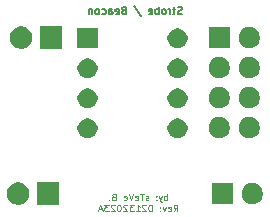
<source format=gbr>
G04 #@! TF.GenerationSoftware,KiCad,Pcbnew,(5.1.5)-3*
G04 #@! TF.CreationDate,2023-02-14T15:50:31-08:00*
G04 #@! TF.ProjectId,LED_Strobe,4c45445f-5374-4726-9f62-652e6b696361,rev?*
G04 #@! TF.SameCoordinates,Original*
G04 #@! TF.FileFunction,Soldermask,Bot*
G04 #@! TF.FilePolarity,Negative*
%FSLAX46Y46*%
G04 Gerber Fmt 4.6, Leading zero omitted, Abs format (unit mm)*
G04 Created by KiCad (PCBNEW (5.1.5)-3) date 2023-02-14 15:50:31*
%MOMM*%
%LPD*%
G04 APERTURE LIST*
%ADD10C,0.101600*%
%ADD11C,0.152400*%
%ADD12C,0.100000*%
G04 APERTURE END LIST*
D10*
X117777380Y-104684890D02*
X117777380Y-104126090D01*
X117777380Y-104338966D02*
X117724161Y-104312357D01*
X117617723Y-104312357D01*
X117564504Y-104338966D01*
X117537895Y-104365576D01*
X117511285Y-104418795D01*
X117511285Y-104578452D01*
X117537895Y-104631671D01*
X117564504Y-104658280D01*
X117617723Y-104684890D01*
X117724161Y-104684890D01*
X117777380Y-104658280D01*
X117325019Y-104312357D02*
X117191971Y-104684890D01*
X117058923Y-104312357D02*
X117191971Y-104684890D01*
X117245190Y-104817938D01*
X117271800Y-104844547D01*
X117325019Y-104871157D01*
X116846047Y-104631671D02*
X116819438Y-104658280D01*
X116846047Y-104684890D01*
X116872657Y-104658280D01*
X116846047Y-104631671D01*
X116846047Y-104684890D01*
X116846047Y-104338966D02*
X116819438Y-104365576D01*
X116846047Y-104392185D01*
X116872657Y-104365576D01*
X116846047Y-104338966D01*
X116846047Y-104392185D01*
X116180809Y-104658280D02*
X116127590Y-104684890D01*
X116021152Y-104684890D01*
X115967933Y-104658280D01*
X115941323Y-104605061D01*
X115941323Y-104578452D01*
X115967933Y-104525233D01*
X116021152Y-104498623D01*
X116100980Y-104498623D01*
X116154200Y-104472014D01*
X116180809Y-104418795D01*
X116180809Y-104392185D01*
X116154200Y-104338966D01*
X116100980Y-104312357D01*
X116021152Y-104312357D01*
X115967933Y-104338966D01*
X115781666Y-104126090D02*
X115462352Y-104126090D01*
X115622009Y-104684890D02*
X115622009Y-104126090D01*
X115063209Y-104658280D02*
X115116428Y-104684890D01*
X115222866Y-104684890D01*
X115276085Y-104658280D01*
X115302695Y-104605061D01*
X115302695Y-104392185D01*
X115276085Y-104338966D01*
X115222866Y-104312357D01*
X115116428Y-104312357D01*
X115063209Y-104338966D01*
X115036600Y-104392185D01*
X115036600Y-104445404D01*
X115302695Y-104498623D01*
X114876942Y-104126090D02*
X114690676Y-104684890D01*
X114504409Y-104126090D01*
X114105266Y-104658280D02*
X114158485Y-104684890D01*
X114264923Y-104684890D01*
X114318142Y-104658280D01*
X114344752Y-104605061D01*
X114344752Y-104392185D01*
X114318142Y-104338966D01*
X114264923Y-104312357D01*
X114158485Y-104312357D01*
X114105266Y-104338966D01*
X114078657Y-104392185D01*
X114078657Y-104445404D01*
X114344752Y-104498623D01*
X113227152Y-104392185D02*
X113147323Y-104418795D01*
X113120714Y-104445404D01*
X113094104Y-104498623D01*
X113094104Y-104578452D01*
X113120714Y-104631671D01*
X113147323Y-104658280D01*
X113200542Y-104684890D01*
X113413419Y-104684890D01*
X113413419Y-104126090D01*
X113227152Y-104126090D01*
X113173933Y-104152700D01*
X113147323Y-104179309D01*
X113120714Y-104232528D01*
X113120714Y-104285747D01*
X113147323Y-104338966D01*
X113173933Y-104365576D01*
X113227152Y-104392185D01*
X113413419Y-104392185D01*
X112854619Y-104631671D02*
X112828009Y-104658280D01*
X112854619Y-104684890D01*
X112881228Y-104658280D01*
X112854619Y-104631671D01*
X112854619Y-104684890D01*
X118309571Y-105624690D02*
X118495838Y-105358595D01*
X118628885Y-105624690D02*
X118628885Y-105065890D01*
X118416009Y-105065890D01*
X118362790Y-105092500D01*
X118336180Y-105119109D01*
X118309571Y-105172328D01*
X118309571Y-105252157D01*
X118336180Y-105305376D01*
X118362790Y-105331985D01*
X118416009Y-105358595D01*
X118628885Y-105358595D01*
X117857209Y-105598080D02*
X117910428Y-105624690D01*
X118016866Y-105624690D01*
X118070085Y-105598080D01*
X118096695Y-105544861D01*
X118096695Y-105331985D01*
X118070085Y-105278766D01*
X118016866Y-105252157D01*
X117910428Y-105252157D01*
X117857209Y-105278766D01*
X117830600Y-105331985D01*
X117830600Y-105385204D01*
X118096695Y-105438423D01*
X117644333Y-105252157D02*
X117511285Y-105624690D01*
X117378238Y-105252157D01*
X117165361Y-105571471D02*
X117138752Y-105598080D01*
X117165361Y-105624690D01*
X117191971Y-105598080D01*
X117165361Y-105571471D01*
X117165361Y-105624690D01*
X117165361Y-105278766D02*
X117138752Y-105305376D01*
X117165361Y-105331985D01*
X117191971Y-105305376D01*
X117165361Y-105278766D01*
X117165361Y-105331985D01*
X116367076Y-105065890D02*
X116313857Y-105065890D01*
X116260638Y-105092500D01*
X116234028Y-105119109D01*
X116207419Y-105172328D01*
X116180809Y-105278766D01*
X116180809Y-105411814D01*
X116207419Y-105518252D01*
X116234028Y-105571471D01*
X116260638Y-105598080D01*
X116313857Y-105624690D01*
X116367076Y-105624690D01*
X116420295Y-105598080D01*
X116446904Y-105571471D01*
X116473514Y-105518252D01*
X116500123Y-105411814D01*
X116500123Y-105278766D01*
X116473514Y-105172328D01*
X116446904Y-105119109D01*
X116420295Y-105092500D01*
X116367076Y-105065890D01*
X115967933Y-105119109D02*
X115941323Y-105092500D01*
X115888104Y-105065890D01*
X115755057Y-105065890D01*
X115701838Y-105092500D01*
X115675228Y-105119109D01*
X115648619Y-105172328D01*
X115648619Y-105225547D01*
X115675228Y-105305376D01*
X115994542Y-105624690D01*
X115648619Y-105624690D01*
X115116428Y-105624690D02*
X115435742Y-105624690D01*
X115276085Y-105624690D02*
X115276085Y-105065890D01*
X115329304Y-105145719D01*
X115382523Y-105198938D01*
X115435742Y-105225547D01*
X114930161Y-105065890D02*
X114584238Y-105065890D01*
X114770504Y-105278766D01*
X114690676Y-105278766D01*
X114637457Y-105305376D01*
X114610847Y-105331985D01*
X114584238Y-105385204D01*
X114584238Y-105518252D01*
X114610847Y-105571471D01*
X114637457Y-105598080D01*
X114690676Y-105624690D01*
X114850333Y-105624690D01*
X114903552Y-105598080D01*
X114930161Y-105571471D01*
X114371361Y-105119109D02*
X114344752Y-105092500D01*
X114291533Y-105065890D01*
X114158485Y-105065890D01*
X114105266Y-105092500D01*
X114078657Y-105119109D01*
X114052047Y-105172328D01*
X114052047Y-105225547D01*
X114078657Y-105305376D01*
X114397971Y-105624690D01*
X114052047Y-105624690D01*
X113706123Y-105065890D02*
X113652904Y-105065890D01*
X113599685Y-105092500D01*
X113573076Y-105119109D01*
X113546466Y-105172328D01*
X113519857Y-105278766D01*
X113519857Y-105411814D01*
X113546466Y-105518252D01*
X113573076Y-105571471D01*
X113599685Y-105598080D01*
X113652904Y-105624690D01*
X113706123Y-105624690D01*
X113759342Y-105598080D01*
X113785952Y-105571471D01*
X113812561Y-105518252D01*
X113839171Y-105411814D01*
X113839171Y-105278766D01*
X113812561Y-105172328D01*
X113785952Y-105119109D01*
X113759342Y-105092500D01*
X113706123Y-105065890D01*
X113306980Y-105119109D02*
X113280371Y-105092500D01*
X113227152Y-105065890D01*
X113094104Y-105065890D01*
X113040885Y-105092500D01*
X113014276Y-105119109D01*
X112987666Y-105172328D01*
X112987666Y-105225547D01*
X113014276Y-105305376D01*
X113333590Y-105624690D01*
X112987666Y-105624690D01*
X112801400Y-105065890D02*
X112455476Y-105065890D01*
X112641742Y-105278766D01*
X112561914Y-105278766D01*
X112508695Y-105305376D01*
X112482085Y-105331985D01*
X112455476Y-105385204D01*
X112455476Y-105518252D01*
X112482085Y-105571471D01*
X112508695Y-105598080D01*
X112561914Y-105624690D01*
X112721571Y-105624690D01*
X112774790Y-105598080D01*
X112801400Y-105571471D01*
X112242600Y-105465033D02*
X111976504Y-105465033D01*
X112295819Y-105624690D02*
X112109552Y-105065890D01*
X111923285Y-105624690D01*
D11*
X119008071Y-88903023D02*
X118917357Y-88933261D01*
X118766166Y-88933261D01*
X118705690Y-88903023D01*
X118675452Y-88872785D01*
X118645214Y-88812309D01*
X118645214Y-88751833D01*
X118675452Y-88691357D01*
X118705690Y-88661119D01*
X118766166Y-88630880D01*
X118887119Y-88600642D01*
X118947595Y-88570404D01*
X118977833Y-88540166D01*
X119008071Y-88479690D01*
X119008071Y-88419214D01*
X118977833Y-88358738D01*
X118947595Y-88328500D01*
X118887119Y-88298261D01*
X118735928Y-88298261D01*
X118645214Y-88328500D01*
X118463785Y-88509928D02*
X118221880Y-88509928D01*
X118373071Y-88298261D02*
X118373071Y-88842547D01*
X118342833Y-88903023D01*
X118282357Y-88933261D01*
X118221880Y-88933261D01*
X118010214Y-88933261D02*
X118010214Y-88509928D01*
X118010214Y-88630880D02*
X117979976Y-88570404D01*
X117949738Y-88540166D01*
X117889261Y-88509928D01*
X117828785Y-88509928D01*
X117526404Y-88933261D02*
X117586880Y-88903023D01*
X117617119Y-88872785D01*
X117647357Y-88812309D01*
X117647357Y-88630880D01*
X117617119Y-88570404D01*
X117586880Y-88540166D01*
X117526404Y-88509928D01*
X117435690Y-88509928D01*
X117375214Y-88540166D01*
X117344976Y-88570404D01*
X117314738Y-88630880D01*
X117314738Y-88812309D01*
X117344976Y-88872785D01*
X117375214Y-88903023D01*
X117435690Y-88933261D01*
X117526404Y-88933261D01*
X117042595Y-88933261D02*
X117042595Y-88298261D01*
X117042595Y-88540166D02*
X116982119Y-88509928D01*
X116861166Y-88509928D01*
X116800690Y-88540166D01*
X116770452Y-88570404D01*
X116740214Y-88630880D01*
X116740214Y-88812309D01*
X116770452Y-88872785D01*
X116800690Y-88903023D01*
X116861166Y-88933261D01*
X116982119Y-88933261D01*
X117042595Y-88903023D01*
X116226166Y-88903023D02*
X116286642Y-88933261D01*
X116407595Y-88933261D01*
X116468071Y-88903023D01*
X116498309Y-88842547D01*
X116498309Y-88600642D01*
X116468071Y-88540166D01*
X116407595Y-88509928D01*
X116286642Y-88509928D01*
X116226166Y-88540166D01*
X116195928Y-88600642D01*
X116195928Y-88661119D01*
X116498309Y-88721595D01*
X114986404Y-88268023D02*
X115530690Y-89084452D01*
X114079261Y-88600642D02*
X113988547Y-88630880D01*
X113958309Y-88661119D01*
X113928071Y-88721595D01*
X113928071Y-88812309D01*
X113958309Y-88872785D01*
X113988547Y-88903023D01*
X114049023Y-88933261D01*
X114290928Y-88933261D01*
X114290928Y-88298261D01*
X114079261Y-88298261D01*
X114018785Y-88328500D01*
X113988547Y-88358738D01*
X113958309Y-88419214D01*
X113958309Y-88479690D01*
X113988547Y-88540166D01*
X114018785Y-88570404D01*
X114079261Y-88600642D01*
X114290928Y-88600642D01*
X113414023Y-88903023D02*
X113474500Y-88933261D01*
X113595452Y-88933261D01*
X113655928Y-88903023D01*
X113686166Y-88842547D01*
X113686166Y-88600642D01*
X113655928Y-88540166D01*
X113595452Y-88509928D01*
X113474500Y-88509928D01*
X113414023Y-88540166D01*
X113383785Y-88600642D01*
X113383785Y-88661119D01*
X113686166Y-88721595D01*
X112839500Y-88933261D02*
X112839500Y-88600642D01*
X112869738Y-88540166D01*
X112930214Y-88509928D01*
X113051166Y-88509928D01*
X113111642Y-88540166D01*
X112839500Y-88903023D02*
X112899976Y-88933261D01*
X113051166Y-88933261D01*
X113111642Y-88903023D01*
X113141880Y-88842547D01*
X113141880Y-88782071D01*
X113111642Y-88721595D01*
X113051166Y-88691357D01*
X112899976Y-88691357D01*
X112839500Y-88661119D01*
X112264976Y-88903023D02*
X112325452Y-88933261D01*
X112446404Y-88933261D01*
X112506880Y-88903023D01*
X112537119Y-88872785D01*
X112567357Y-88812309D01*
X112567357Y-88630880D01*
X112537119Y-88570404D01*
X112506880Y-88540166D01*
X112446404Y-88509928D01*
X112325452Y-88509928D01*
X112264976Y-88540166D01*
X111902119Y-88933261D02*
X111962595Y-88903023D01*
X111992833Y-88872785D01*
X112023071Y-88812309D01*
X112023071Y-88630880D01*
X111992833Y-88570404D01*
X111962595Y-88540166D01*
X111902119Y-88509928D01*
X111811404Y-88509928D01*
X111750928Y-88540166D01*
X111720690Y-88570404D01*
X111690452Y-88630880D01*
X111690452Y-88812309D01*
X111720690Y-88872785D01*
X111750928Y-88903023D01*
X111811404Y-88933261D01*
X111902119Y-88933261D01*
X111418309Y-88509928D02*
X111418309Y-88933261D01*
X111418309Y-88570404D02*
X111388071Y-88540166D01*
X111327595Y-88509928D01*
X111236880Y-88509928D01*
X111176404Y-88540166D01*
X111146166Y-88600642D01*
X111146166Y-88933261D01*
D12*
G36*
X108647000Y-105091000D02*
G01*
X106745000Y-105091000D01*
X106745000Y-103189000D01*
X108647000Y-103189000D01*
X108647000Y-105091000D01*
G37*
G36*
X105433395Y-103225546D02*
G01*
X105606466Y-103297234D01*
X105606467Y-103297235D01*
X105762227Y-103401310D01*
X105894690Y-103533773D01*
X105894691Y-103533775D01*
X105998766Y-103689534D01*
X106070454Y-103862605D01*
X106107000Y-104046333D01*
X106107000Y-104233667D01*
X106070454Y-104417395D01*
X105998766Y-104590466D01*
X105998765Y-104590467D01*
X105894690Y-104746227D01*
X105762227Y-104878690D01*
X105683818Y-104931081D01*
X105606466Y-104982766D01*
X105433395Y-105054454D01*
X105249667Y-105091000D01*
X105062333Y-105091000D01*
X104878605Y-105054454D01*
X104705534Y-104982766D01*
X104628182Y-104931081D01*
X104549773Y-104878690D01*
X104417310Y-104746227D01*
X104313235Y-104590467D01*
X104313234Y-104590466D01*
X104241546Y-104417395D01*
X104205000Y-104233667D01*
X104205000Y-104046333D01*
X104241546Y-103862605D01*
X104313234Y-103689534D01*
X104417309Y-103533775D01*
X104417310Y-103533773D01*
X104549773Y-103401310D01*
X104705533Y-103297235D01*
X104705534Y-103297234D01*
X104878605Y-103225546D01*
X105062333Y-103189000D01*
X105249667Y-103189000D01*
X105433395Y-103225546D01*
G37*
G36*
X123329000Y-105041000D02*
G01*
X121527000Y-105041000D01*
X121527000Y-103239000D01*
X123329000Y-103239000D01*
X123329000Y-105041000D01*
G37*
G36*
X125081512Y-103243927D02*
G01*
X125230812Y-103273624D01*
X125394784Y-103341544D01*
X125542354Y-103440147D01*
X125667853Y-103565646D01*
X125766456Y-103713216D01*
X125834376Y-103877188D01*
X125869000Y-104051259D01*
X125869000Y-104228741D01*
X125834376Y-104402812D01*
X125766456Y-104566784D01*
X125667853Y-104714354D01*
X125542354Y-104839853D01*
X125394784Y-104938456D01*
X125230812Y-105006376D01*
X125081512Y-105036073D01*
X125056742Y-105041000D01*
X124879258Y-105041000D01*
X124854488Y-105036073D01*
X124705188Y-105006376D01*
X124541216Y-104938456D01*
X124393646Y-104839853D01*
X124268147Y-104714354D01*
X124169544Y-104566784D01*
X124101624Y-104402812D01*
X124067000Y-104228741D01*
X124067000Y-104051259D01*
X124101624Y-103877188D01*
X124169544Y-103713216D01*
X124268147Y-103565646D01*
X124393646Y-103440147D01*
X124541216Y-103341544D01*
X124705188Y-103273624D01*
X124854488Y-103243927D01*
X124879258Y-103239000D01*
X125056742Y-103239000D01*
X125081512Y-103243927D01*
G37*
G36*
X118888228Y-97795703D02*
G01*
X119043100Y-97859853D01*
X119182481Y-97952985D01*
X119301015Y-98071519D01*
X119394147Y-98210900D01*
X119458297Y-98365772D01*
X119491000Y-98530184D01*
X119491000Y-98697816D01*
X119458297Y-98862228D01*
X119394147Y-99017100D01*
X119301015Y-99156481D01*
X119182481Y-99275015D01*
X119043100Y-99368147D01*
X118888228Y-99432297D01*
X118723816Y-99465000D01*
X118556184Y-99465000D01*
X118391772Y-99432297D01*
X118236900Y-99368147D01*
X118097519Y-99275015D01*
X117978985Y-99156481D01*
X117885853Y-99017100D01*
X117821703Y-98862228D01*
X117789000Y-98697816D01*
X117789000Y-98530184D01*
X117821703Y-98365772D01*
X117885853Y-98210900D01*
X117978985Y-98071519D01*
X118097519Y-97952985D01*
X118236900Y-97859853D01*
X118391772Y-97795703D01*
X118556184Y-97763000D01*
X118723816Y-97763000D01*
X118888228Y-97795703D01*
G37*
G36*
X111268228Y-97795703D02*
G01*
X111423100Y-97859853D01*
X111562481Y-97952985D01*
X111681015Y-98071519D01*
X111774147Y-98210900D01*
X111838297Y-98365772D01*
X111871000Y-98530184D01*
X111871000Y-98697816D01*
X111838297Y-98862228D01*
X111774147Y-99017100D01*
X111681015Y-99156481D01*
X111562481Y-99275015D01*
X111423100Y-99368147D01*
X111268228Y-99432297D01*
X111103816Y-99465000D01*
X110936184Y-99465000D01*
X110771772Y-99432297D01*
X110616900Y-99368147D01*
X110477519Y-99275015D01*
X110358985Y-99156481D01*
X110265853Y-99017100D01*
X110201703Y-98862228D01*
X110169000Y-98697816D01*
X110169000Y-98530184D01*
X110201703Y-98365772D01*
X110265853Y-98210900D01*
X110358985Y-98071519D01*
X110477519Y-97952985D01*
X110616900Y-97859853D01*
X110771772Y-97795703D01*
X110936184Y-97763000D01*
X111103816Y-97763000D01*
X111268228Y-97795703D01*
G37*
G36*
X124827512Y-97655927D02*
G01*
X124976812Y-97685624D01*
X125140784Y-97753544D01*
X125288354Y-97852147D01*
X125413853Y-97977646D01*
X125512456Y-98125216D01*
X125580376Y-98289188D01*
X125615000Y-98463259D01*
X125615000Y-98640741D01*
X125580376Y-98814812D01*
X125512456Y-98978784D01*
X125413853Y-99126354D01*
X125288354Y-99251853D01*
X125140784Y-99350456D01*
X124976812Y-99418376D01*
X124827512Y-99448073D01*
X124802742Y-99453000D01*
X124625258Y-99453000D01*
X124600488Y-99448073D01*
X124451188Y-99418376D01*
X124287216Y-99350456D01*
X124139646Y-99251853D01*
X124014147Y-99126354D01*
X123915544Y-98978784D01*
X123847624Y-98814812D01*
X123813000Y-98640741D01*
X123813000Y-98463259D01*
X123847624Y-98289188D01*
X123915544Y-98125216D01*
X124014147Y-97977646D01*
X124139646Y-97852147D01*
X124287216Y-97753544D01*
X124451188Y-97685624D01*
X124600488Y-97655927D01*
X124625258Y-97651000D01*
X124802742Y-97651000D01*
X124827512Y-97655927D01*
G37*
G36*
X122287512Y-97655927D02*
G01*
X122436812Y-97685624D01*
X122600784Y-97753544D01*
X122748354Y-97852147D01*
X122873853Y-97977646D01*
X122972456Y-98125216D01*
X123040376Y-98289188D01*
X123075000Y-98463259D01*
X123075000Y-98640741D01*
X123040376Y-98814812D01*
X122972456Y-98978784D01*
X122873853Y-99126354D01*
X122748354Y-99251853D01*
X122600784Y-99350456D01*
X122436812Y-99418376D01*
X122287512Y-99448073D01*
X122262742Y-99453000D01*
X122085258Y-99453000D01*
X122060488Y-99448073D01*
X121911188Y-99418376D01*
X121747216Y-99350456D01*
X121599646Y-99251853D01*
X121474147Y-99126354D01*
X121375544Y-98978784D01*
X121307624Y-98814812D01*
X121273000Y-98640741D01*
X121273000Y-98463259D01*
X121307624Y-98289188D01*
X121375544Y-98125216D01*
X121474147Y-97977646D01*
X121599646Y-97852147D01*
X121747216Y-97753544D01*
X121911188Y-97685624D01*
X122060488Y-97655927D01*
X122085258Y-97651000D01*
X122262742Y-97651000D01*
X122287512Y-97655927D01*
G37*
G36*
X118888228Y-95255703D02*
G01*
X119043100Y-95319853D01*
X119182481Y-95412985D01*
X119301015Y-95531519D01*
X119394147Y-95670900D01*
X119458297Y-95825772D01*
X119491000Y-95990184D01*
X119491000Y-96157816D01*
X119458297Y-96322228D01*
X119394147Y-96477100D01*
X119301015Y-96616481D01*
X119182481Y-96735015D01*
X119043100Y-96828147D01*
X118888228Y-96892297D01*
X118723816Y-96925000D01*
X118556184Y-96925000D01*
X118391772Y-96892297D01*
X118236900Y-96828147D01*
X118097519Y-96735015D01*
X117978985Y-96616481D01*
X117885853Y-96477100D01*
X117821703Y-96322228D01*
X117789000Y-96157816D01*
X117789000Y-95990184D01*
X117821703Y-95825772D01*
X117885853Y-95670900D01*
X117978985Y-95531519D01*
X118097519Y-95412985D01*
X118236900Y-95319853D01*
X118391772Y-95255703D01*
X118556184Y-95223000D01*
X118723816Y-95223000D01*
X118888228Y-95255703D01*
G37*
G36*
X111268228Y-95255703D02*
G01*
X111423100Y-95319853D01*
X111562481Y-95412985D01*
X111681015Y-95531519D01*
X111774147Y-95670900D01*
X111838297Y-95825772D01*
X111871000Y-95990184D01*
X111871000Y-96157816D01*
X111838297Y-96322228D01*
X111774147Y-96477100D01*
X111681015Y-96616481D01*
X111562481Y-96735015D01*
X111423100Y-96828147D01*
X111268228Y-96892297D01*
X111103816Y-96925000D01*
X110936184Y-96925000D01*
X110771772Y-96892297D01*
X110616900Y-96828147D01*
X110477519Y-96735015D01*
X110358985Y-96616481D01*
X110265853Y-96477100D01*
X110201703Y-96322228D01*
X110169000Y-96157816D01*
X110169000Y-95990184D01*
X110201703Y-95825772D01*
X110265853Y-95670900D01*
X110358985Y-95531519D01*
X110477519Y-95412985D01*
X110616900Y-95319853D01*
X110771772Y-95255703D01*
X110936184Y-95223000D01*
X111103816Y-95223000D01*
X111268228Y-95255703D01*
G37*
G36*
X124827512Y-95115927D02*
G01*
X124976812Y-95145624D01*
X125140784Y-95213544D01*
X125288354Y-95312147D01*
X125413853Y-95437646D01*
X125512456Y-95585216D01*
X125580376Y-95749188D01*
X125615000Y-95923259D01*
X125615000Y-96100741D01*
X125580376Y-96274812D01*
X125512456Y-96438784D01*
X125413853Y-96586354D01*
X125288354Y-96711853D01*
X125140784Y-96810456D01*
X124976812Y-96878376D01*
X124827512Y-96908073D01*
X124802742Y-96913000D01*
X124625258Y-96913000D01*
X124600488Y-96908073D01*
X124451188Y-96878376D01*
X124287216Y-96810456D01*
X124139646Y-96711853D01*
X124014147Y-96586354D01*
X123915544Y-96438784D01*
X123847624Y-96274812D01*
X123813000Y-96100741D01*
X123813000Y-95923259D01*
X123847624Y-95749188D01*
X123915544Y-95585216D01*
X124014147Y-95437646D01*
X124139646Y-95312147D01*
X124287216Y-95213544D01*
X124451188Y-95145624D01*
X124600488Y-95115927D01*
X124625258Y-95111000D01*
X124802742Y-95111000D01*
X124827512Y-95115927D01*
G37*
G36*
X122287512Y-95115927D02*
G01*
X122436812Y-95145624D01*
X122600784Y-95213544D01*
X122748354Y-95312147D01*
X122873853Y-95437646D01*
X122972456Y-95585216D01*
X123040376Y-95749188D01*
X123075000Y-95923259D01*
X123075000Y-96100741D01*
X123040376Y-96274812D01*
X122972456Y-96438784D01*
X122873853Y-96586354D01*
X122748354Y-96711853D01*
X122600784Y-96810456D01*
X122436812Y-96878376D01*
X122287512Y-96908073D01*
X122262742Y-96913000D01*
X122085258Y-96913000D01*
X122060488Y-96908073D01*
X121911188Y-96878376D01*
X121747216Y-96810456D01*
X121599646Y-96711853D01*
X121474147Y-96586354D01*
X121375544Y-96438784D01*
X121307624Y-96274812D01*
X121273000Y-96100741D01*
X121273000Y-95923259D01*
X121307624Y-95749188D01*
X121375544Y-95585216D01*
X121474147Y-95437646D01*
X121599646Y-95312147D01*
X121747216Y-95213544D01*
X121911188Y-95145624D01*
X122060488Y-95115927D01*
X122085258Y-95111000D01*
X122262742Y-95111000D01*
X122287512Y-95115927D01*
G37*
G36*
X118888228Y-92715703D02*
G01*
X119043100Y-92779853D01*
X119182481Y-92872985D01*
X119301015Y-92991519D01*
X119394147Y-93130900D01*
X119458297Y-93285772D01*
X119491000Y-93450184D01*
X119491000Y-93617816D01*
X119458297Y-93782228D01*
X119394147Y-93937100D01*
X119301015Y-94076481D01*
X119182481Y-94195015D01*
X119043100Y-94288147D01*
X118888228Y-94352297D01*
X118723816Y-94385000D01*
X118556184Y-94385000D01*
X118391772Y-94352297D01*
X118236900Y-94288147D01*
X118097519Y-94195015D01*
X117978985Y-94076481D01*
X117885853Y-93937100D01*
X117821703Y-93782228D01*
X117789000Y-93617816D01*
X117789000Y-93450184D01*
X117821703Y-93285772D01*
X117885853Y-93130900D01*
X117978985Y-92991519D01*
X118097519Y-92872985D01*
X118236900Y-92779853D01*
X118391772Y-92715703D01*
X118556184Y-92683000D01*
X118723816Y-92683000D01*
X118888228Y-92715703D01*
G37*
G36*
X111268228Y-92715703D02*
G01*
X111423100Y-92779853D01*
X111562481Y-92872985D01*
X111681015Y-92991519D01*
X111774147Y-93130900D01*
X111838297Y-93285772D01*
X111871000Y-93450184D01*
X111871000Y-93617816D01*
X111838297Y-93782228D01*
X111774147Y-93937100D01*
X111681015Y-94076481D01*
X111562481Y-94195015D01*
X111423100Y-94288147D01*
X111268228Y-94352297D01*
X111103816Y-94385000D01*
X110936184Y-94385000D01*
X110771772Y-94352297D01*
X110616900Y-94288147D01*
X110477519Y-94195015D01*
X110358985Y-94076481D01*
X110265853Y-93937100D01*
X110201703Y-93782228D01*
X110169000Y-93617816D01*
X110169000Y-93450184D01*
X110201703Y-93285772D01*
X110265853Y-93130900D01*
X110358985Y-92991519D01*
X110477519Y-92872985D01*
X110616900Y-92779853D01*
X110771772Y-92715703D01*
X110936184Y-92683000D01*
X111103816Y-92683000D01*
X111268228Y-92715703D01*
G37*
G36*
X124827512Y-92575927D02*
G01*
X124976812Y-92605624D01*
X125140784Y-92673544D01*
X125288354Y-92772147D01*
X125413853Y-92897646D01*
X125512456Y-93045216D01*
X125580376Y-93209188D01*
X125615000Y-93383259D01*
X125615000Y-93560741D01*
X125580376Y-93734812D01*
X125512456Y-93898784D01*
X125413853Y-94046354D01*
X125288354Y-94171853D01*
X125140784Y-94270456D01*
X124976812Y-94338376D01*
X124827512Y-94368073D01*
X124802742Y-94373000D01*
X124625258Y-94373000D01*
X124600488Y-94368073D01*
X124451188Y-94338376D01*
X124287216Y-94270456D01*
X124139646Y-94171853D01*
X124014147Y-94046354D01*
X123915544Y-93898784D01*
X123847624Y-93734812D01*
X123813000Y-93560741D01*
X123813000Y-93383259D01*
X123847624Y-93209188D01*
X123915544Y-93045216D01*
X124014147Y-92897646D01*
X124139646Y-92772147D01*
X124287216Y-92673544D01*
X124451188Y-92605624D01*
X124600488Y-92575927D01*
X124625258Y-92571000D01*
X124802742Y-92571000D01*
X124827512Y-92575927D01*
G37*
G36*
X122287512Y-92575927D02*
G01*
X122436812Y-92605624D01*
X122600784Y-92673544D01*
X122748354Y-92772147D01*
X122873853Y-92897646D01*
X122972456Y-93045216D01*
X123040376Y-93209188D01*
X123075000Y-93383259D01*
X123075000Y-93560741D01*
X123040376Y-93734812D01*
X122972456Y-93898784D01*
X122873853Y-94046354D01*
X122748354Y-94171853D01*
X122600784Y-94270456D01*
X122436812Y-94338376D01*
X122287512Y-94368073D01*
X122262742Y-94373000D01*
X122085258Y-94373000D01*
X122060488Y-94368073D01*
X121911188Y-94338376D01*
X121747216Y-94270456D01*
X121599646Y-94171853D01*
X121474147Y-94046354D01*
X121375544Y-93898784D01*
X121307624Y-93734812D01*
X121273000Y-93560741D01*
X121273000Y-93383259D01*
X121307624Y-93209188D01*
X121375544Y-93045216D01*
X121474147Y-92897646D01*
X121599646Y-92772147D01*
X121747216Y-92673544D01*
X121911188Y-92605624D01*
X122060488Y-92575927D01*
X122085258Y-92571000D01*
X122262742Y-92571000D01*
X122287512Y-92575927D01*
G37*
G36*
X108901000Y-91883000D02*
G01*
X106999000Y-91883000D01*
X106999000Y-89981000D01*
X108901000Y-89981000D01*
X108901000Y-91883000D01*
G37*
G36*
X105687395Y-90017546D02*
G01*
X105860466Y-90089234D01*
X105860467Y-90089235D01*
X106016227Y-90193310D01*
X106148690Y-90325773D01*
X106148691Y-90325775D01*
X106252766Y-90481534D01*
X106324454Y-90654605D01*
X106361000Y-90838333D01*
X106361000Y-91025667D01*
X106324454Y-91209395D01*
X106252766Y-91382466D01*
X106252765Y-91382467D01*
X106148690Y-91538227D01*
X106016227Y-91670690D01*
X105937818Y-91723081D01*
X105860466Y-91774766D01*
X105687395Y-91846454D01*
X105503667Y-91883000D01*
X105316333Y-91883000D01*
X105132605Y-91846454D01*
X104959534Y-91774766D01*
X104882182Y-91723081D01*
X104803773Y-91670690D01*
X104671310Y-91538227D01*
X104567235Y-91382467D01*
X104567234Y-91382466D01*
X104495546Y-91209395D01*
X104459000Y-91025667D01*
X104459000Y-90838333D01*
X104495546Y-90654605D01*
X104567234Y-90481534D01*
X104671309Y-90325775D01*
X104671310Y-90325773D01*
X104803773Y-90193310D01*
X104959533Y-90089235D01*
X104959534Y-90089234D01*
X105132605Y-90017546D01*
X105316333Y-89981000D01*
X105503667Y-89981000D01*
X105687395Y-90017546D01*
G37*
G36*
X118888228Y-90175703D02*
G01*
X119043100Y-90239853D01*
X119182481Y-90332985D01*
X119301015Y-90451519D01*
X119394147Y-90590900D01*
X119458297Y-90745772D01*
X119491000Y-90910184D01*
X119491000Y-91077816D01*
X119458297Y-91242228D01*
X119394147Y-91397100D01*
X119301015Y-91536481D01*
X119182481Y-91655015D01*
X119043100Y-91748147D01*
X118888228Y-91812297D01*
X118723816Y-91845000D01*
X118556184Y-91845000D01*
X118391772Y-91812297D01*
X118236900Y-91748147D01*
X118097519Y-91655015D01*
X117978985Y-91536481D01*
X117885853Y-91397100D01*
X117821703Y-91242228D01*
X117789000Y-91077816D01*
X117789000Y-90910184D01*
X117821703Y-90745772D01*
X117885853Y-90590900D01*
X117978985Y-90451519D01*
X118097519Y-90332985D01*
X118236900Y-90239853D01*
X118391772Y-90175703D01*
X118556184Y-90143000D01*
X118723816Y-90143000D01*
X118888228Y-90175703D01*
G37*
G36*
X111871000Y-91845000D02*
G01*
X110169000Y-91845000D01*
X110169000Y-90143000D01*
X111871000Y-90143000D01*
X111871000Y-91845000D01*
G37*
G36*
X124827512Y-90035927D02*
G01*
X124976812Y-90065624D01*
X125140784Y-90133544D01*
X125288354Y-90232147D01*
X125413853Y-90357646D01*
X125512456Y-90505216D01*
X125580376Y-90669188D01*
X125615000Y-90843259D01*
X125615000Y-91020741D01*
X125580376Y-91194812D01*
X125512456Y-91358784D01*
X125413853Y-91506354D01*
X125288354Y-91631853D01*
X125140784Y-91730456D01*
X124976812Y-91798376D01*
X124827512Y-91828073D01*
X124802742Y-91833000D01*
X124625258Y-91833000D01*
X124600488Y-91828073D01*
X124451188Y-91798376D01*
X124287216Y-91730456D01*
X124139646Y-91631853D01*
X124014147Y-91506354D01*
X123915544Y-91358784D01*
X123847624Y-91194812D01*
X123813000Y-91020741D01*
X123813000Y-90843259D01*
X123847624Y-90669188D01*
X123915544Y-90505216D01*
X124014147Y-90357646D01*
X124139646Y-90232147D01*
X124287216Y-90133544D01*
X124451188Y-90065624D01*
X124600488Y-90035927D01*
X124625258Y-90031000D01*
X124802742Y-90031000D01*
X124827512Y-90035927D01*
G37*
G36*
X123075000Y-91833000D02*
G01*
X121273000Y-91833000D01*
X121273000Y-90031000D01*
X123075000Y-90031000D01*
X123075000Y-91833000D01*
G37*
M02*

</source>
